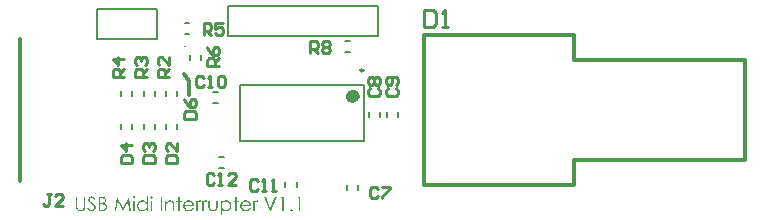
<source format=gto>
%FSTAX23Y23*%
%MOIN*%
%SFA1B1*%

%IPPOS*%
%ADD10C,0.003940*%
%ADD11C,0.023620*%
%ADD12C,0.009840*%
%ADD13C,0.011810*%
%ADD14C,0.007870*%
%ADD15C,0.010000*%
%LNmidi_stick-1*%
%LPD*%
G36*
X03267Y02647D02*
X03267Y02647D01*
X03268Y02647*
X03268Y02646*
X03269Y02646*
X03269Y02646*
X03269Y02646*
X03269Y02645*
X0327Y02645*
X0327Y02645*
X0327Y02645*
X0327Y02644*
X0327Y02644*
X0327Y02643*
Y02643*
Y02643*
X0327Y02642*
X0327Y02642*
X0327Y02642*
X0327Y02641*
X0327Y02641*
X03269Y0264*
X03269Y0264*
X03269Y0264*
X03269Y0264*
X03268Y0264*
X03268Y0264*
X03268Y0264*
X03267Y02639*
X03267Y02639*
X03266*
X03266Y02639*
X03266Y0264*
X03265Y0264*
X03265Y0264*
X03264Y0264*
X03264Y0264*
X03264Y02641*
X03264Y02641*
X03264Y02641*
X03263Y02641*
X03263Y02642*
X03263Y02642*
X03263Y02642*
X03263Y02643*
Y02643*
Y02643*
X03263Y02644*
X03263Y02644*
X03263Y02644*
X03263Y02645*
X03264Y02645*
X03264Y02646*
X03264Y02646*
X03264Y02646*
X03264Y02646*
X03265Y02646*
X03265Y02646*
X03266Y02647*
X03266Y02647*
X03267Y02647*
X03267*
X03267Y02647*
G37*
G36*
X03209D02*
X03209Y02647D01*
X03209Y02647*
X0321Y02646*
X0321Y02646*
X03211Y02646*
X03211Y02646*
X03211Y02645*
X03211Y02645*
X03211Y02645*
X03212Y02645*
X03212Y02644*
X03212Y02644*
X03212Y02643*
Y02643*
Y02643*
X03212Y02642*
X03212Y02642*
X03212Y02642*
X03211Y02641*
X03211Y02641*
X03211Y0264*
X03211Y0264*
X03211Y0264*
X0321Y0264*
X0321Y0264*
X0321Y0264*
X03209Y0264*
X03209Y02639*
X03208Y02639*
X03208*
X03208Y02639*
X03207Y0264*
X03207Y0264*
X03206Y0264*
X03206Y0264*
X03205Y0264*
X03205Y02641*
X03205Y02641*
X03205Y02641*
X03205Y02641*
X03205Y02642*
X03205Y02642*
X03204Y02642*
X03204Y02643*
Y02643*
Y02643*
X03204Y02644*
X03205Y02644*
X03205Y02644*
X03205Y02645*
X03205Y02645*
X03205Y02646*
X03206Y02646*
X03206Y02646*
X03206Y02646*
X03206Y02646*
X03207Y02646*
X03207Y02647*
X03208Y02647*
X03208Y02647*
X03208*
X03209Y02647*
G37*
G36*
X03068Y02646D02*
X03068Y02646D01*
X03069Y02646*
X0307Y02645*
X03071Y02645*
X03072Y02645*
X03073Y02644*
X03073*
X03073Y02644*
X03074Y02644*
X03074Y02644*
X03074Y02643*
X03075Y02643*
X03076Y02642*
X03076Y02642*
X03077Y02642*
X03077Y02641*
X03078Y0264*
X03078Y0264*
X03079Y02639*
X0308Y02638*
X03076Y02635*
X03076Y02635*
X03076Y02635*
X03075Y02636*
X03075Y02636*
X03075Y02636*
X03074Y02637*
X03073Y02638*
X03073Y02639*
X03072Y02639*
X03072Y0264*
X03071Y0264*
X03071Y0264*
X03071Y0264*
X0307Y0264*
X0307Y0264*
X03069Y02641*
X03069Y02641*
X03068Y02641*
X03067Y02641*
X03067*
X03066Y02641*
X03065Y02641*
X03065Y02641*
X03064Y0264*
X03063Y0264*
X03062Y02639*
X03062Y02639*
X03062Y02639*
X03062Y02639*
X03062Y02638*
X03061Y02637*
X03061Y02637*
X03061Y02636*
X03061Y02635*
Y02635*
Y02635*
X03061Y02634*
Y02634*
X03061Y02634*
X03061Y02633*
X03061Y02632*
X03061Y02632*
X03061Y02632*
X03061Y02632*
X03061Y02631*
X03062Y02631*
X03062Y02631*
X03062Y0263*
X03063Y02629*
X03064Y02629*
X03064Y02629*
X03064Y02629*
X03064Y02628*
X03064Y02628*
X03065Y02628*
X03065Y02628*
X03065Y02627*
X03066Y02627*
X03066Y02626*
X03067Y02626*
X03068Y02625*
X03069Y02625*
X0307Y02624*
X0307Y02624*
X0307Y02624*
X0307Y02624*
X03071Y02623*
X03071Y02623*
X03072Y02622*
X03072Y02622*
X03073Y02621*
X03074Y0262*
X03076Y02619*
X03076Y02618*
X03077Y02617*
X03078Y02617*
X03078Y02616*
X03078Y02616*
X03078Y02616*
X03078Y02616*
X03078Y02615*
X03079Y02615*
X03079Y02615*
X03079Y02614*
X0308Y02613*
X0308Y02611*
X0308Y0261*
X0308Y02609*
Y02609*
Y02609*
Y02608*
X0308Y02608*
X0308Y02608*
X0308Y02607*
X0308Y02606*
X0308Y02606*
X0308Y02605*
X03079Y02604*
X03079Y02604*
X03079Y02603*
X03078Y02602*
X03078Y02601*
X03077Y02601*
X03076Y026*
X03076Y026*
X03076Y026*
X03076Y026*
X03076Y02599*
X03075Y02599*
X03075Y02599*
X03074Y02598*
X03074Y02598*
X03073Y02598*
X03072Y02597*
X03072Y02597*
X03071Y02597*
X0307Y02596*
X03069Y02596*
X03068Y02596*
X03067Y02596*
X03066*
X03066Y02596*
X03066*
X03065Y02596*
X03065Y02596*
X03064Y02596*
X03063Y02597*
X03062Y02597*
X0306Y02598*
X03059Y02598*
X03059Y02598*
X03059Y02599*
X03059Y02599*
X03059Y02599*
X03058Y02599*
X03058Y02599*
X03057Y026*
X03057Y026*
X03056Y02601*
X03056Y02601*
X03055Y02602*
X03055Y02603*
X03054Y02603*
X03054Y02604*
X03053Y02605*
X03053Y02606*
X03057Y02609*
X03057Y02608*
X03057Y02608*
X03057Y02608*
X03057Y02607*
X03058Y02607*
X03058Y02606*
X03059Y02605*
X03059Y02605*
X0306Y02604*
X03061Y02603*
X03062Y02603*
X03063Y02602*
X03064Y02601*
X03064Y02601*
X03065Y02601*
X03066Y02601*
X03067*
X03067Y02601*
X03068Y02601*
X03069Y02601*
X03069Y02601*
X0307Y02601*
X03071Y02602*
X03071Y02602*
X03071Y02602*
X03072Y02602*
X03072Y02603*
X03073Y02603*
X03073Y02604*
X03074Y02604*
X03074Y02605*
X03074Y02605*
X03074Y02605*
X03075Y02605*
X03075Y02606*
X03075Y02607*
X03075Y02607*
X03075Y02608*
X03075Y02609*
Y02609*
Y02609*
Y02609*
X03075Y0261*
X03075Y0261*
X03075Y02611*
X03075Y02612*
X03074Y02613*
X03074Y02613*
Y02613*
X03074Y02614*
X03073Y02614*
X03073Y02614*
X03073Y02614*
X03073Y02615*
X03072Y02615*
X03072Y02616*
X03071Y02616*
X03071Y02617*
X0307Y02617*
X03069Y02618*
X03068Y02619*
X03068Y02619*
X03067Y0262*
X03066Y02621*
X03065Y02621*
X03065Y02621*
X03065Y02621*
X03065Y02622*
X03064Y02622*
X03064Y02623*
X03062Y02624*
X03061Y02625*
X0306Y02626*
X03059Y02626*
X03059Y02627*
X03058Y02627*
X03058Y02628*
Y02628*
X03058Y02628*
X03058Y02628*
X03058Y02628*
X03058Y02628*
X03057Y02629*
X03057Y0263*
X03056Y02631*
X03056Y02632*
X03056Y02633*
X03056Y02634*
X03056Y02635*
Y02635*
Y02635*
Y02635*
Y02635*
X03056Y02636*
X03056Y02637*
X03056Y02638*
X03056Y02638*
X03057Y02639*
X03057Y0264*
Y0264*
X03057Y02641*
X03057Y02641*
X03058Y02641*
X03058Y02642*
X03059Y02643*
X03059Y02643*
X0306Y02644*
X03061Y02644*
X03061*
X03061Y02645*
X03062Y02645*
X03062Y02645*
X03062Y02645*
X03063Y02645*
X03064Y02645*
X03065Y02646*
X03066Y02646*
X03067Y02646*
X03068*
X03068Y02646*
G37*
G36*
X0362Y02633D02*
X0362Y02633D01*
X03621Y02633*
X03622Y02633*
X03622Y02632*
X03623Y02632*
X03621Y02628*
X03621Y02628*
X03621Y02628*
X0362Y02628*
X0362Y02629*
X03619Y02629*
X03619Y02629*
X03618*
X03618Y02629*
X03617Y02629*
X03616Y02628*
X03616Y02628*
X03615Y02628*
X03614Y02627*
X03614Y02627*
X03614Y02627*
X03613Y02626*
X03613Y02626*
X03612Y02625*
X03612Y02624*
X03611Y02623*
X03611Y02621*
Y02621*
X03611Y02621*
Y02621*
X03611Y02621*
X03611Y0262*
X03611Y0262*
X03611Y02619*
X0361Y02619*
X0361Y02618*
X0361Y02617*
X0361Y02616*
X0361Y02615*
X0361Y02614*
Y02612*
X0361Y02611*
Y02609*
Y02597*
X03605*
Y02632*
X0361*
Y02627*
X0361Y02627*
X0361Y02628*
X0361Y02628*
X03611Y02628*
X03611Y02629*
X03612Y0263*
X03613Y0263*
X03614Y02631*
X03614Y02632*
X03614Y02632*
X03615Y02632*
X03615Y02632*
X03616Y02632*
X03617Y02633*
X03617Y02633*
X03618Y02633*
X03619Y02633*
X03619*
X0362Y02633*
G37*
G36*
X0345D02*
X0345Y02633D01*
X03451Y02633*
X03451Y02633*
X03452Y02632*
X03453Y02632*
X0345Y02628*
X0345Y02628*
X0345Y02628*
X0345Y02628*
X0345Y02629*
X03449Y02629*
X03448Y02629*
X03448*
X03447Y02629*
X03447Y02629*
X03446Y02628*
X03445Y02628*
X03444Y02628*
X03444Y02627*
X03444Y02627*
X03443Y02627*
X03443Y02626*
X03443Y02626*
X03442Y02625*
X03441Y02624*
X03441Y02623*
X0344Y02621*
Y02621*
X0344Y02621*
Y02621*
X0344Y02621*
X0344Y0262*
X0344Y0262*
X0344Y02619*
X0344Y02619*
X0344Y02618*
X0344Y02617*
X0344Y02616*
X0344Y02615*
X0344Y02614*
Y02612*
X0344Y02611*
Y02609*
Y02597*
X03435*
Y02632*
X0344*
Y02627*
X0344Y02627*
X0344Y02628*
X0344Y02628*
X0344Y02628*
X03441Y02629*
X03442Y0263*
X03442Y0263*
X03443Y02631*
X03444Y02632*
X03444Y02632*
X03444Y02632*
X03445Y02632*
X03445Y02632*
X03446Y02633*
X03447Y02633*
X03448Y02633*
X03449Y02633*
X03449*
X0345Y02633*
G37*
G36*
X0343D02*
X0343Y02633D01*
X03431Y02633*
X03431Y02633*
X03432Y02632*
X03433Y02632*
X03431Y02628*
X03431Y02628*
X0343Y02628*
X0343Y02628*
X0343Y02629*
X03429Y02629*
X03429Y02629*
X03428*
X03427Y02629*
X03427Y02629*
X03426Y02628*
X03425Y02628*
X03425Y02628*
X03424Y02627*
X03424Y02627*
X03423Y02627*
X03423Y02626*
X03423Y02626*
X03422Y02625*
X03422Y02624*
X03421Y02623*
X03421Y02621*
Y02621*
X03421Y02621*
Y02621*
X03421Y02621*
X0342Y0262*
X0342Y0262*
X0342Y02619*
X0342Y02619*
X0342Y02618*
X0342Y02617*
X0342Y02616*
X0342Y02615*
X0342Y02614*
Y02612*
X0342Y02611*
Y02609*
Y02597*
X03415*
Y02632*
X0342*
Y02627*
X0342Y02627*
X0342Y02628*
X0342Y02628*
X03421Y02628*
X03421Y02629*
X03422Y0263*
X03422Y0263*
X03423Y02631*
X03424Y02632*
X03424Y02632*
X03424Y02632*
X03425Y02632*
X03426Y02632*
X03426Y02633*
X03427Y02633*
X03428Y02633*
X03429Y02633*
X03429*
X0343Y02633*
G37*
G36*
X0333D02*
X0333D01*
X0333Y02633*
X03331Y02633*
X03332Y02633*
X03334Y02632*
X03335Y02632*
X03336Y02631*
X03336*
X03336Y02631*
X03336Y02631*
X03336Y02631*
X03337Y0263*
X03338Y0263*
X03338Y02629*
X03339Y02628*
X0334Y02627*
X0334Y02626*
Y02626*
X03341Y02626*
X03341Y02626*
X03341Y02625*
X03341Y02625*
X03341Y02624*
X03341Y02624*
X03341Y02623*
X03341Y02623*
X03341Y02622*
X03342Y02621*
X03342Y0262*
X03342Y02619*
X03342Y02618*
X03342Y02617*
Y02615*
Y02597*
X03337*
Y02614*
Y02614*
Y02614*
Y02615*
Y02615*
Y02616*
Y02616*
X03337Y02617*
X03337Y02619*
X03337Y0262*
X03337Y02621*
X03337Y02621*
X03337Y02622*
X03337Y02622*
Y02622*
X03337Y02622*
X03337Y02622*
X03337Y02623*
X03337Y02623*
X03336Y02624*
X03336Y02625*
X03335Y02626*
X03335Y02627*
X03334Y02627*
X03334Y02627*
X03334Y02628*
X03333Y02628*
X03332Y02628*
X03332Y02629*
X03331Y02629*
X03329Y02629*
X03328Y02629*
X03328*
X03327Y02629*
X03327*
X03327Y02629*
X03326Y02629*
X03325Y02628*
X03323Y02628*
X03323Y02628*
X03322Y02627*
X03321Y02627*
X03321Y02626*
X03321Y02626*
X03321Y02626*
X0332Y02626*
X0332Y02626*
X0332Y02626*
X0332Y02625*
X03319Y02625*
X03318Y02624*
X03318Y02622*
X03317Y02621*
X03316Y0262*
Y0262*
Y0262*
X03316Y02619*
X03316Y02619*
X03316Y02619*
Y02618*
X03316Y02618*
X03316Y02618*
X03316Y02617*
X03316Y02616*
X03316Y02615*
X03316Y02615*
X03316Y02614*
Y02613*
X03316Y02611*
Y0261*
Y02597*
X03311*
Y02632*
X03316*
Y02626*
X03316Y02626*
X03316Y02626*
X03316Y02626*
X03316Y02627*
X03317Y02627*
X03318Y02628*
X03319Y02629*
X0332Y0263*
X03321Y02631*
X03322Y02631*
X03322*
X03322Y02632*
X03322Y02632*
X03322Y02632*
X03323Y02632*
X03323Y02632*
X03324Y02632*
X03325Y02633*
X03326Y02633*
X03328Y02633*
X03329Y02633*
X03329*
X0333Y02633*
G37*
G36*
X03516D02*
X03516Y02633D01*
X03517Y02633*
X03518Y02633*
X03519Y02633*
X0352Y02633*
X03521Y02632*
X03522Y02632*
X03523Y02632*
X03524Y02631*
X03525Y0263*
X03526Y0263*
X03527Y02629*
X03528Y02628*
X03528Y02628*
X03528Y02628*
X03529Y02627*
X03529Y02627*
X03529Y02626*
X0353Y02626*
X0353Y02625*
X03531Y02624*
X03531Y02623*
X03532Y02622*
X03532Y02621*
X03533Y0262*
X03533Y02619*
X03533Y02618*
X03533Y02616*
X03533Y02615*
Y02615*
Y02615*
X03533Y02614*
Y02614*
X03533Y02613*
X03533Y02612*
X03533Y02611*
X03533Y0261*
X03532Y02609*
X03532Y02608*
X03532Y02607*
X03531Y02606*
X03531Y02605*
X0353Y02604*
X03529Y02603*
X03528Y02602*
X03528Y02602*
X03528Y02602*
X03528Y02601*
X03527Y02601*
X03527Y02601*
X03526Y026*
X03525Y026*
X03525Y02599*
X03524Y02599*
X03523Y02598*
X03522Y02598*
X03521Y02597*
X03519Y02597*
X03518Y02597*
X03517Y02597*
X03515Y02596*
X03515*
X03515Y02597*
X03514*
X03514Y02597*
X03513Y02597*
X03513Y02597*
X03512Y02597*
X0351Y02597*
X03509Y02598*
X03508Y02598*
X03508*
X03507Y02598*
X03507Y02598*
X03507Y02598*
X03507Y02599*
X03506Y02599*
X03506Y02599*
X03505Y026*
X03504Y02601*
X03502Y02602*
X03501Y02603*
Y02585*
X03497*
Y02632*
X03501*
Y02626*
X03501Y02626*
X03501Y02626*
X03502Y02626*
X03502Y02626*
X03502Y02627*
X03503Y02628*
X03504Y02629*
X03505Y0263*
X03506Y02631*
X03507Y02631*
X03508*
X03508Y02631*
X03508Y02632*
X03508Y02632*
X03508Y02632*
X03509Y02632*
X03509Y02632*
X0351Y02632*
X03511Y02633*
X03512Y02633*
X03514Y02633*
X03515Y02633*
X03516*
X03516Y02633*
G37*
G36*
X03255Y02597D02*
X0325D01*
Y02603*
X0325Y02603*
X0325Y02603*
X0325Y02603*
X0325Y02603*
X03249Y02602*
X03248Y02601*
X03247Y02601*
X03246Y026*
X03245Y02599*
X03244Y02598*
X03244*
X03244Y02598*
X03243Y02598*
X03243Y02598*
X03243Y02598*
X03243Y02598*
X03242Y02597*
X03242Y02597*
X0324Y02597*
X03239Y02597*
X03238Y02597*
X03236Y02596*
X03236*
X03235Y02597*
X03235Y02597*
X03234Y02597*
X03234Y02597*
X03233Y02597*
X03232Y02597*
X03231Y02597*
X0323Y02598*
X03229Y02598*
X03228Y02599*
X03227Y02599*
X03226Y026*
X03224Y02601*
X03223Y02602*
X03223Y02602*
X03223Y02602*
X03223Y02602*
X03223Y02603*
X03222Y02603*
X03222Y02604*
X03221Y02605*
X03221Y02605*
X0322Y02606*
X0322Y02607*
X03219Y02608*
X03219Y0261*
X03219Y02611*
X03218Y02612*
X03218Y02613*
X03218Y02615*
Y02615*
Y02615*
X03218Y02616*
X03218Y02616*
X03218Y02617*
X03218Y02618*
X03219Y02618*
X03219Y02619*
X03219Y0262*
X0322Y02621*
X0322Y02623*
X0322Y02624*
X03221Y02625*
X03222Y02626*
X03223Y02627*
X03224Y02628*
X03224Y02628*
X03224Y02628*
X03224Y02628*
X03224Y02629*
X03225Y02629*
X03226Y0263*
X03226Y0263*
X03227Y02631*
X03228Y02631*
X03229Y02632*
X0323Y02632*
X03231Y02632*
X03232Y02633*
X03234Y02633*
X03235Y02633*
X03236Y02633*
X03237*
X03237Y02633*
X03238Y02633*
X03238Y02633*
X03239Y02633*
X0324Y02633*
X03241Y02632*
X03243Y02632*
X03244Y02631*
X03244*
X03244Y02631*
X03244Y02631*
X03245Y02631*
X03245Y02631*
X03245Y02631*
X03246Y0263*
X03247Y02629*
X03248Y02628*
X03249Y02627*
X0325Y02626*
Y02646*
X03255*
Y02597*
G37*
G36*
X03664D02*
X03663D01*
X03642Y02645*
X03648*
X03663Y02608*
X03679Y02645*
X03685*
X03664Y02597*
G37*
G36*
X03198D02*
X03193D01*
X03189Y02631*
X03172Y02597*
X03171*
X03154Y02632*
X03149Y02597*
X03144*
X03151Y02645*
X03152*
X03171Y02606*
X0319Y02645*
X03191*
X03198Y02597*
G37*
G36*
X03487Y02615D02*
Y02615D01*
Y02615*
Y02614*
Y02614*
X03487Y02613*
X03487Y02613*
X03487Y02612*
X03487Y02611*
X03486Y02609*
X03486Y02608*
X03486Y02606*
X03485Y02605*
X03485Y02604*
Y02604*
X03485Y02604*
X03485Y02604*
X03485Y02604*
X03485Y02603*
X03484Y02603*
X03484Y02602*
X03483Y02601*
X03482Y026*
X03481Y02599*
X0348Y02599*
X0348*
X0348Y02598*
X0348Y02598*
X03479Y02598*
X03479Y02598*
X03479Y02598*
X03478Y02598*
X03478Y02598*
X03477Y02597*
X03476Y02597*
X03476Y02597*
X03475Y02597*
X03473Y02597*
X03471Y02596*
X03471*
X03471Y02597*
X0347*
X0347Y02597*
X03469Y02597*
X03468Y02597*
X03467Y02597*
X03466Y02597*
X03464Y02598*
X03463Y02599*
X03463*
X03463Y02599*
X03462Y02599*
X03462Y02599*
X03462Y02599*
X03461Y026*
X0346Y02601*
X03459Y02602*
X03458Y02603*
X03458Y02604*
Y02604*
X03458Y02604*
X03458Y02605*
X03457Y02605*
X03457Y02605*
X03457Y02606*
X03457Y02606*
X03457Y02607*
X03457Y02608*
X03457Y02609*
X03456Y0261*
X03456Y02611*
X03456Y02612*
X03456Y02613*
X03456Y02614*
Y02616*
Y02632*
X03461*
Y02616*
Y02616*
Y02616*
Y02615*
Y02615*
Y02615*
X03461Y02614*
Y02613*
Y02613*
X03461Y02611*
X03461Y0261*
X03461Y02609*
X03461Y02609*
X03461Y02608*
X03461Y02608*
Y02608*
X03461Y02608*
X03461Y02607*
X03461Y02607*
X03462Y02607*
X03462Y02606*
X03463Y02605*
X03463Y02604*
X03464Y02603*
X03465Y02603*
X03465*
X03465Y02603*
X03465Y02603*
X03465Y02602*
X03466Y02602*
X03467Y02602*
X03468Y02601*
X03469Y02601*
X0347Y02601*
X03471Y02601*
X03472*
X03472Y02601*
X03472*
X03473Y02601*
X03474Y02601*
X03475Y02601*
X03476Y02602*
X03477Y02602*
X03478Y02603*
X03478*
X03478Y02603*
X03478Y02603*
X03479Y02603*
X03479Y02604*
X0348Y02605*
X0348Y02605*
X03481Y02606*
X03481Y02607*
X03481Y02607*
Y02608*
X03482Y02608*
X03482Y02608*
X03482Y02608*
X03482Y02609*
X03482Y02609*
X03482Y0261*
X03482Y0261*
X03482Y02611*
X03482Y02612*
X03482Y02613*
Y02614*
X03482Y02615*
Y02616*
Y02632*
X03487*
Y02615*
G37*
G36*
X03046Y02616D02*
Y02616D01*
Y02616*
Y02615*
Y02615*
X03046Y02614*
Y02614*
X03046Y02613*
X03046Y02612*
X03046Y02611*
X03045Y02609*
X03045Y02607*
X03045Y02607*
X03045Y02606*
Y02606*
X03045Y02606*
X03044Y02605*
X03044Y02605*
X03044Y02605*
X03044Y02604*
X03044Y02604*
X03043Y02602*
X03042Y02601*
X03041Y026*
X0304Y026*
X0304Y02599*
X0304Y02599*
X0304Y02599*
X03039Y02599*
X03039Y02599*
X03039Y02598*
X03038Y02598*
X03038Y02598*
X03037Y02598*
X03037Y02597*
X03036Y02597*
X03035Y02597*
X03034Y02597*
X03033Y02596*
X03032Y02596*
X03031Y02596*
X0303*
X0303Y02596*
X03029Y02596*
X03029Y02596*
X03028Y02596*
X03027Y02596*
X03026Y02597*
X03024Y02597*
X03023Y02598*
X03022Y02598*
X03022Y02598*
X03021Y02599*
X03021Y02599*
X03021Y02599*
X0302Y02599*
X0302Y02599*
X0302Y026*
X03019Y026*
X03019Y026*
X03019Y02601*
X03018Y02602*
X03017Y02603*
X03016Y02604*
X03016Y02605*
X03015Y02606*
Y02606*
X03015Y02606*
Y02606*
X03015Y02607*
X03015Y02607*
X03015Y02607*
X03015Y02608*
X03015Y02608*
X03015Y02609*
X03015Y0261*
X03015Y02611*
X03015Y02611*
X03015Y02612*
Y02614*
X03015Y02615*
Y02616*
Y02645*
X03019*
Y02616*
Y02616*
Y02616*
Y02616*
Y02615*
Y02615*
Y02614*
Y02613*
X03019Y02612*
Y02611*
X03019Y02611*
Y0261*
X03019Y0261*
Y0261*
Y0261*
Y0261*
X03019Y02609*
X0302Y02609*
X0302Y02608*
X0302Y02607*
X0302Y02607*
X03021Y02606*
X03021Y02605*
X03021Y02605*
X03021Y02605*
X03022Y02604*
X03022Y02604*
X03023Y02603*
X03023Y02603*
X03024Y02602*
X03025Y02602*
X03025*
X03025Y02602*
X03025Y02602*
X03025Y02602*
X03026Y02602*
X03027Y02601*
X03028Y02601*
X03028Y02601*
X03029Y02601*
X0303Y02601*
X03031*
X03031Y02601*
X03032Y02601*
X03033Y02601*
X03033Y02601*
X03034Y02601*
X03035Y02602*
X03035Y02602*
X03035Y02602*
X03036Y02602*
X03036Y02602*
X03037Y02603*
X03037Y02603*
X03038Y02604*
X03038Y02604*
X03039Y02604*
X03039Y02605*
X03039Y02605*
X03039Y02606*
X0304Y02606*
X0304Y02607*
X0304Y02608*
X03041Y02609*
Y02609*
X03041Y02609*
X03041Y02609*
X03041Y0261*
X03041Y0261*
X03041Y0261*
Y02611*
X03041Y02611*
X03041Y02612*
X03041Y02613*
Y02613*
X03041Y02614*
Y02615*
Y02616*
Y02645*
X03046*
Y02616*
G37*
G36*
X03763Y02597D02*
X03758D01*
Y0264*
X03751*
X03754Y02645*
X03763*
Y02597*
G37*
G36*
X03708D02*
X03703D01*
Y0264*
X03696*
X03699Y02645*
X03708*
Y02597*
G37*
G36*
X0355Y02632D02*
X03557D01*
Y02629*
X0355*
Y02597*
X03546*
Y02629*
X0354*
Y02632*
X03546*
Y02645*
X0355*
Y02632*
G37*
G36*
X0336D02*
X03367D01*
Y02629*
X0336*
Y02597*
X03356*
Y02629*
X03349*
Y02632*
X03356*
Y02645*
X0336*
Y02632*
G37*
G36*
X03301Y02597D02*
X03297D01*
Y02645*
X03301*
Y02597*
G37*
G36*
X03269D02*
X03264D01*
Y02632*
X03269*
Y02597*
G37*
G36*
X0321D02*
X03206D01*
Y02632*
X0321*
Y02597*
G37*
G36*
X03101Y02645D02*
X03102D01*
X03102Y02645*
X03103Y02645*
X03104Y02644*
X03106Y02644*
X03107Y02644*
X03108Y02644*
X03109Y02643*
X03109*
X03109Y02643*
X03109Y02643*
X03109Y02643*
X0311Y02643*
X0311Y02642*
X03111Y02642*
X03112Y02641*
X03113Y0264*
X03113Y02639*
Y02639*
X03113Y02639*
X03113Y02639*
X03114Y02639*
X03114Y02638*
X03114Y02637*
X03115Y02637*
X03115Y02636*
X03115Y02634*
X03115Y02633*
Y02633*
Y02633*
Y02633*
Y02633*
X03115Y02632*
X03115Y02631*
X03115Y0263*
X03114Y02629*
X03114Y02628*
X03114Y02627*
Y02627*
X03113Y02627*
X03113Y02627*
X03113Y02626*
X03112Y02626*
X03112Y02625*
X03111Y02624*
X0311Y02624*
X03109Y02623*
X03109*
X03109Y02623*
X03109Y02623*
X0311Y02623*
X0311Y02623*
X0311Y02623*
X03111Y02622*
X03112Y02622*
X03113Y02621*
X03114Y02621*
X03115Y0262*
X03115Y0262*
X03115Y0262*
X03115Y0262*
X03116Y02619*
X03116Y02618*
X03117Y02618*
X03117Y02617*
X03118Y02616*
X03118Y02616*
X03118Y02616*
X03118Y02615*
X03118Y02615*
X03119Y02614*
X03119Y02613*
X03119Y02612*
X03119Y02611*
Y02611*
Y02611*
Y0261*
X03119Y0261*
X03119Y02609*
X03119Y02609*
X03119Y02608*
X03118Y02608*
X03118Y02607*
X03118Y02606*
X03118Y02605*
X03117Y02604*
X03117Y02604*
X03116Y02603*
X03116Y02602*
X03115Y02601*
X03115Y02601*
X03115Y02601*
X03114Y02601*
X03114Y02601*
X03114Y026*
X03113Y026*
X03112Y026*
X03112Y02599*
X03111Y02599*
X0311Y02599*
X03109Y02598*
X03108Y02598*
X03107Y02598*
X03106Y02598*
X03105Y02597*
X03104Y02597*
X03091*
Y02645*
X03101*
X03101Y02645*
G37*
G36*
X03734Y02604D02*
X03734Y02604D01*
X03735Y02604*
X03735Y02604*
X03735Y02604*
X03736Y02603*
X03736Y02603*
X03736Y02603*
X03736Y02603*
X03737Y02602*
X03737Y02602*
X03737Y02602*
X03737Y02601*
X03737Y026*
Y026*
Y026*
X03737Y026*
X03737Y02599*
X03737Y02599*
X03737Y02599*
X03736Y02598*
X03736Y02598*
X03736Y02598*
X03736Y02597*
X03735Y02597*
X03735Y02597*
X03735Y02597*
X03734Y02597*
X03734Y02597*
X03733Y02596*
X03733*
X03733Y02597*
X03732Y02597*
X03732Y02597*
X03731Y02597*
X03731Y02597*
X0373Y02598*
X0373Y02598*
X0373Y02598*
X0373Y02598*
X0373Y02598*
X0373Y02599*
X03729Y02599*
X03729Y026*
X03729Y026*
Y02601*
Y02601*
X03729Y02601*
X03729Y02601*
X03729Y02602*
X0373Y02602*
X0373Y02603*
X0373Y02603*
X0373Y02603*
X03731Y02603*
X03731Y02604*
X03731Y02604*
X03732Y02604*
X03732Y02604*
X03733Y02604*
X03733Y02604*
X03733*
X03734Y02604*
G37*
G36*
X03581Y02633D02*
X03582Y02633D01*
X03583Y02633*
X03584Y02633*
X03585Y02633*
X03586Y02632*
X03587Y02632*
X03588Y02632*
X03589Y02631*
X0359Y0263*
X03592Y0263*
X03593Y02629*
X03594Y02628*
X03595Y02626*
X03595Y02626*
X03595Y02626*
X03595Y02626*
X03595Y02626*
X03596Y02625*
X03596Y02625*
X03596Y02624*
X03597Y02623*
X03597Y02622*
X03597Y02621*
X03598Y0262*
X03598Y02619*
X03598Y02618*
X03599Y02617*
X03599Y02616*
X03599Y02615*
X03567*
Y02614*
Y02614*
X03567Y02614*
Y02613*
X03567Y02613*
X03567Y02612*
X03568Y02612*
X03568Y02611*
X03568Y02609*
X03568Y02609*
X03569Y02608*
X03569Y02607*
X0357Y02606*
X0357Y02605*
X03571Y02604*
X03571Y02604*
X03571Y02604*
X03571Y02604*
X03572Y02604*
X03572Y02604*
X03573Y02603*
X03573Y02603*
X03574Y02603*
X03574Y02602*
X03575Y02602*
X03576Y02601*
X03577Y02601*
X03577Y02601*
X03578Y02601*
X03579Y02601*
X0358Y02601*
X03581*
X03581Y02601*
X03582Y02601*
X03583Y02601*
X03584Y02601*
X03585Y02601*
X03586Y02602*
X03586*
X03586Y02602*
X03586Y02602*
X03587Y02602*
X03587Y02602*
X03588Y02603*
X03589Y02603*
X03589Y02603*
X0359Y02604*
X0359Y02604*
X0359Y02604*
X03591Y02605*
X03591Y02605*
X03592Y02606*
X03592Y02607*
X03593Y02608*
X03594Y02609*
X03598Y02607*
Y02607*
X03598Y02607*
X03597Y02607*
X03597Y02606*
X03597Y02606*
X03597Y02606*
X03596Y02605*
X03596Y02604*
X03595Y02603*
X03594Y02602*
X03593Y02601*
X03593Y02601*
X03593Y02601*
X03592Y026*
X03592Y026*
X03591Y02599*
X0359Y02599*
X03589Y02598*
X03588Y02598*
X03588*
X03588Y02598*
X03587Y02598*
X03587Y02597*
X03587Y02597*
X03587Y02597*
X03586Y02597*
X03585Y02597*
X03584Y02597*
X03582Y02597*
X03581Y02596*
X0358*
X0358Y02597*
X03579Y02597*
X03579Y02597*
X03578Y02597*
X03577Y02597*
X03576Y02597*
X03575Y02597*
X03574Y02598*
X03573Y02598*
X03571Y02599*
X0357Y02599*
X03569Y026*
X03568Y02601*
X03567Y02602*
X03567Y02602*
X03567Y02602*
X03567Y02603*
X03567Y02603*
X03566Y02604*
X03566Y02604*
X03565Y02605*
X03565Y02606*
X03564Y02607*
X03564Y02608*
X03564Y02609*
X03563Y0261*
X03563Y02611*
X03563Y02612*
X03563Y02613*
X03563Y02615*
Y02615*
Y02615*
X03563Y02615*
Y02616*
X03563Y02616*
X03563Y02617*
X03563Y02618*
X03563Y02619*
X03563Y0262*
X03564Y02621*
X03564Y02622*
X03564Y02623*
X03565Y02624*
X03565Y02625*
X03566Y02626*
X03567Y02627*
X03567Y02627*
X03567Y02627*
X03567Y02627*
X03568Y02628*
X03568Y02628*
X03569Y02629*
X03569Y02629*
X0357Y0263*
X03571Y02631*
X03572Y02631*
X03573Y02632*
X03575Y02632*
X03576Y02633*
X03577Y02633*
X03579Y02633*
X03581Y02633*
X03581*
X03581Y02633*
G37*
G36*
X03391D02*
X03392Y02633D01*
X03393Y02633*
X03393Y02633*
X03394Y02633*
X03395Y02632*
X03397Y02632*
X03398Y02632*
X03399Y02631*
X034Y0263*
X03401Y0263*
X03402Y02629*
X03404Y02628*
X03405Y02626*
X03405Y02626*
X03405Y02626*
X03405Y02626*
X03405Y02626*
X03405Y02625*
X03406Y02625*
X03406Y02624*
X03407Y02623*
X03407Y02622*
X03407Y02621*
X03408Y0262*
X03408Y02619*
X03408Y02618*
X03408Y02617*
X03408Y02616*
X03409Y02615*
X03377*
Y02614*
Y02614*
X03377Y02614*
Y02613*
X03377Y02613*
X03377Y02612*
X03377Y02612*
X03377Y02611*
X03378Y02609*
X03378Y02609*
X03379Y02608*
X03379Y02607*
X0338Y02606*
X0338Y02605*
X03381Y02604*
X03381Y02604*
X03381Y02604*
X03381Y02604*
X03382Y02604*
X03382Y02604*
X03382Y02603*
X03383Y02603*
X03383Y02603*
X03384Y02602*
X03385Y02602*
X03386Y02601*
X03386Y02601*
X03387Y02601*
X03388Y02601*
X03389Y02601*
X0339Y02601*
X03391*
X03391Y02601*
X03392Y02601*
X03393Y02601*
X03394Y02601*
X03394Y02601*
X03395Y02602*
X03395*
X03396Y02602*
X03396Y02602*
X03396Y02602*
X03397Y02602*
X03398Y02603*
X03398Y02603*
X03399Y02603*
X034Y02604*
X034Y02604*
X034Y02604*
X034Y02605*
X03401Y02605*
X03401Y02606*
X03402Y02607*
X03403Y02608*
X03404Y02609*
X03407Y02607*
Y02607*
X03407Y02607*
X03407Y02607*
X03407Y02606*
X03407Y02606*
X03407Y02606*
X03406Y02605*
X03405Y02604*
X03405Y02603*
X03404Y02602*
X03403Y02601*
X03403Y02601*
X03403Y02601*
X03402Y026*
X03401Y026*
X03401Y02599*
X034Y02599*
X03399Y02598*
X03398Y02598*
X03397*
X03397Y02598*
X03397Y02598*
X03397Y02597*
X03397Y02597*
X03396Y02597*
X03396Y02597*
X03394Y02597*
X03393Y02597*
X03392Y02597*
X03391Y02596*
X0339*
X0339Y02597*
X03389Y02597*
X03388Y02597*
X03388Y02597*
X03387Y02597*
X03386Y02597*
X03385Y02597*
X03383Y02598*
X03382Y02598*
X03381Y02599*
X0338Y02599*
X03379Y026*
X03378Y02601*
X03377Y02602*
X03377Y02602*
X03377Y02602*
X03377Y02603*
X03376Y02603*
X03376Y02604*
X03376Y02604*
X03375Y02605*
X03375Y02606*
X03374Y02607*
X03374Y02608*
X03373Y02609*
X03373Y0261*
X03373Y02611*
X03373Y02612*
X03372Y02613*
X03372Y02615*
Y02615*
Y02615*
X03372Y02615*
Y02616*
X03372Y02616*
X03373Y02617*
X03373Y02618*
X03373Y02619*
X03373Y0262*
X03373Y02621*
X03374Y02622*
X03374Y02623*
X03374Y02624*
X03375Y02625*
X03376Y02626*
X03376Y02627*
X03376Y02627*
X03377Y02627*
X03377Y02627*
X03377Y02628*
X03378Y02628*
X03379Y02629*
X03379Y02629*
X0338Y0263*
X03381Y02631*
X03382Y02631*
X03383Y02632*
X03384Y02632*
X03386Y02633*
X03387Y02633*
X03389Y02633*
X0339Y02633*
X03391*
X03391Y02633*
G37*
%LNmidi_stick-2*%
%LPC*%
G36*
X03515Y02629D02*
X03514D01*
X03514Y02629*
X03513Y02629*
X03513Y02629*
X03512Y02629*
X03511Y02628*
X03511Y02628*
X0351Y02628*
X03509Y02628*
X03508Y02627*
X03507Y02627*
X03507Y02626*
X03506Y02626*
X03505Y02625*
X03505Y02625*
X03505Y02625*
X03505Y02624*
X03504Y02624*
X03504Y02624*
X03504Y02623*
X03503Y02623*
X03503Y02622*
X03503Y02621*
X03502Y02621*
X03502Y0262*
X03502Y02619*
X03501Y02618*
X03501Y02617*
X03501Y02616*
X03501Y02615*
Y02615*
Y02614*
Y02614*
X03501Y02614*
Y02614*
X03501Y02613*
X03501Y02612*
X03502Y02611*
X03502Y0261*
X03502Y02609*
X03503Y02607*
Y02607*
X03503Y02607*
X03503Y02607*
X03503Y02607*
X03504Y02606*
X03504Y02606*
X03505Y02605*
X03506Y02604*
X03507Y02603*
X03508Y02602*
X03508*
X03508Y02602*
X03508Y02602*
X03509Y02602*
X03509Y02602*
X03509Y02602*
X0351Y02602*
X03511Y02601*
X03512Y02601*
X03514Y02601*
X03515Y02601*
X03515*
X03516Y02601*
X03516*
X03516Y02601*
X03517Y02601*
X03518Y02601*
X03519Y02601*
X03521Y02602*
X03522Y02602*
X03522*
X03522Y02603*
X03522Y02603*
X03522Y02603*
X03523Y02603*
X03524Y02604*
X03524Y02605*
X03525Y02605*
X03526Y02607*
X03527Y02608*
Y02608*
X03527Y02608*
X03527Y02608*
X03527Y02608*
X03527Y02609*
X03528Y02609*
X03528Y0261*
X03528Y02611*
X03529Y02612*
X03529Y02613*
X03529Y02615*
Y02615*
Y02615*
Y02615*
X03529Y02615*
Y02616*
X03529Y02616*
X03529Y02617*
X03528Y02618*
X03528Y02619*
X03528Y02621*
X03527Y02622*
Y02622*
X03527Y02622*
X03527Y02622*
X03527Y02622*
X03526Y02623*
X03526Y02624*
X03525Y02625*
X03524Y02625*
X03523Y02626*
X03522Y02627*
X03522*
X03522Y02627*
X03522Y02627*
X03521Y02627*
X03521Y02627*
X03521Y02628*
X0352Y02628*
X03519Y02628*
X03518Y02629*
X03516Y02629*
X03515Y02629*
G37*
G36*
X03237D02*
X03236D01*
X03236Y02629*
X03235Y02629*
X03234Y02629*
X03233Y02628*
X03232Y02628*
X03231Y02628*
X0323Y02627*
X0323*
X03229Y02627*
X03229Y02627*
X03229Y02627*
X03229Y02626*
X03228Y02626*
X03227Y02625*
X03226Y02624*
X03225Y02623*
X03225Y02622*
Y02622*
X03225Y02622*
X03224Y02622*
X03224Y02621*
X03224Y02621*
X03224Y02621*
X03224Y0262*
X03223Y02619*
X03223Y02617*
X03223Y02616*
X03223Y02615*
Y02615*
Y02615*
Y02614*
X03223Y02614*
Y02614*
X03223Y02613*
X03223Y02613*
X03223Y02611*
X03224Y0261*
X03224Y02609*
X03225Y02608*
Y02608*
X03225Y02608*
X03225Y02607*
X03225Y02607*
X03225Y02607*
X03226Y02606*
X03227Y02605*
X03228Y02604*
X03229Y02603*
X0323Y02602*
X0323*
X0323Y02602*
X0323Y02602*
X0323Y02602*
X03231Y02602*
X03231Y02602*
X03232Y02602*
X03233Y02601*
X03234Y02601*
X03235Y02601*
X03237Y02601*
X03237*
X03237Y02601*
X03238*
X03238Y02601*
X03239Y02601*
X0324Y02601*
X03241Y02601*
X03242Y02602*
X03244Y02602*
X03244*
X03244Y02603*
X03244Y02603*
X03244Y02603*
X03245Y02603*
X03245Y02604*
X03246Y02604*
X03247Y02605*
X03248Y02606*
X03249Y02607*
Y02608*
X03249Y02608*
X03249Y02608*
X03249Y02608*
X03249Y02608*
X03249Y02609*
X0325Y0261*
X0325Y02611*
X0325Y02612*
X0325Y02613*
X0325Y02615*
Y02615*
Y02615*
Y02615*
X0325Y02616*
X0325Y02616*
X0325Y02617*
X0325Y02617*
X0325Y02618*
X0325Y02619*
X0325Y0262*
X03249Y02621*
X03249Y02621*
X03248Y02622*
X03248Y02623*
X03247Y02624*
X03246Y02625*
X03246Y02625*
X03246Y02625*
X03246Y02625*
X03246Y02625*
X03245Y02626*
X03245Y02626*
X03244Y02626*
X03244Y02627*
X03243Y02627*
X03242Y02628*
X03241Y02628*
X03241Y02628*
X0324Y02629*
X03239Y02629*
X03238Y02629*
X03237Y02629*
G37*
G36*
X03102Y0264D02*
X03095D01*
Y02625*
X03099*
X03099Y02625*
X031*
X03101Y02625*
X03102Y02625*
X03103Y02625*
X03104Y02626*
X03105Y02626*
X03105Y02626*
X03105*
X03105Y02626*
X03106Y02626*
X03106Y02626*
X03107Y02626*
X03107Y02627*
X03108Y02627*
X03108Y02628*
X03109Y02629*
X03109Y02629*
X03109Y02629*
X03109Y02629*
X0311Y0263*
X0311Y02631*
X0311Y02631*
X0311Y02632*
X0311Y02633*
Y02633*
Y02633*
Y02633*
X0311Y02634*
X0311Y02634*
X0311Y02635*
X0311Y02636*
X03109Y02637*
X03109Y02637*
X03108Y02638*
X03108Y02638*
X03108Y02638*
X03107Y02639*
X03107Y02639*
X03107Y02639*
X03107Y02639*
X03106Y02639*
X03106Y02639*
X03105Y02639*
X03105Y0264*
X03104Y0264*
X03103Y0264*
X03102Y0264*
X03102Y0264*
G37*
G36*
X031Y0262D02*
X03095D01*
Y02602*
X03102*
X03102Y02602*
X03103*
X03104Y02602*
X03105Y02602*
X03106Y02602*
X03108Y02603*
X03108Y02603*
X03109Y02603*
X03109*
X03109Y02603*
X03109Y02603*
X0311Y02603*
X0311Y02604*
X03111Y02604*
X03111Y02605*
X03112Y02605*
X03113Y02606*
X03113Y02606*
X03113Y02607*
X03113Y02607*
X03113Y02608*
X03114Y02608*
X03114Y02609*
X03114Y0261*
X03114Y02611*
Y02611*
Y02611*
Y02611*
X03114Y02611*
X03114Y02612*
X03114Y02613*
X03114Y02614*
X03113Y02614*
X03113Y02615*
X03112Y02616*
Y02616*
X03112Y02616*
X03112Y02617*
X03111Y02617*
X0311Y02618*
X0311Y02618*
X03109Y02619*
X03108Y02619*
X03106Y0262*
X03106Y0262*
X03106*
X03106Y0262*
X03106Y0262*
X03105Y0262*
X03105Y0262*
X03104Y0262*
X03104Y0262*
X03103Y0262*
X03102*
X03102Y0262*
X03101Y0262*
X031Y0262*
G37*
G36*
X03581Y02629D02*
X0358D01*
X0358Y02629*
X03579Y02629*
X03579Y02629*
X03578Y02629*
X03578Y02629*
X03576Y02628*
X03575Y02628*
X03575Y02628*
X03574Y02627*
X03573Y02627*
X03572Y02626*
X03572Y02626*
X03572*
X03572Y02626*
X03571Y02625*
X03571Y02625*
X03571Y02625*
X03571Y02625*
X0357Y02624*
X0357Y02624*
X0357Y02623*
X0357Y02623*
X03569Y02622*
X03569Y02622*
X03568Y02621*
X03568Y0262*
X03568Y02619*
X03568Y02618*
X03594*
Y02618*
X03594Y02619*
X03594Y02619*
X03594Y02619*
X03593Y0262*
X03593Y0262*
X03593Y02621*
X03592Y02622*
X03592Y02623*
X03591Y02624*
X03591Y02624*
X03591Y02624*
X0359Y02625*
X0359Y02625*
X03589Y02626*
X03589Y02626*
X03588Y02627*
X03587Y02628*
X03586*
X03586Y02628*
X03586Y02628*
X03586Y02628*
X03586Y02628*
X03585Y02628*
X03584Y02629*
X03583Y02629*
X03582Y02629*
X03581Y02629*
G37*
G36*
X0339D02*
X0339D01*
X03389Y02629*
X03389Y02629*
X03389Y02629*
X03388Y02629*
X03387Y02629*
X03386Y02628*
X03385Y02628*
X03384Y02628*
X03384Y02627*
X03383Y02627*
X03382Y02626*
X03381Y02626*
X03381*
X03381Y02626*
X03381Y02625*
X03381Y02625*
X03381Y02625*
X03381Y02625*
X0338Y02624*
X0338Y02624*
X0338Y02623*
X03379Y02623*
X03379Y02622*
X03379Y02622*
X03378Y02621*
X03378Y0262*
X03378Y02619*
X03377Y02618*
X03404*
Y02618*
X03404Y02619*
X03403Y02619*
X03403Y02619*
X03403Y0262*
X03403Y0262*
X03403Y02621*
X03402Y02622*
X03402Y02623*
X03401Y02624*
X03401Y02624*
X03401Y02624*
X034Y02625*
X034Y02625*
X03399Y02626*
X03398Y02626*
X03397Y02627*
X03396Y02628*
X03396*
X03396Y02628*
X03396Y02628*
X03396Y02628*
X03395Y02628*
X03395Y02628*
X03394Y02629*
X03393Y02629*
X03392Y02629*
X0339Y02629*
G37*
%LNmidi_stick-3*%
%LPD*%
G54D10*
X03378Y03147D02*
D01*
D01*
G75*
G03X03374I-00001J0D01*
G74*G01*
D01*
G75*
G03X03378I00001J0D01*
G74*G01*
G54D11*
X03949Y0298D02*
D01*
D01*
G75*
G03X03925I-00011J0D01*
G74*G01*
D01*
G75*
G03X03949I00011J0D01*
G74*G01*
G54D12*
X03972Y03067D02*
D01*
D01*
G75*
G03X03962I-00004J0D01*
G74*G01*
D01*
G75*
G03X03972I00004J0D01*
G74*G01*
G54D13*
X04175Y02685D02*
X04675D01*
X04175Y03185D02*
X04675D01*
X04175Y02685D02*
Y03185D01*
X04675Y02685D02*
Y02769D01*
Y031D02*
Y03185D01*
Y031D02*
X05245D01*
X04675Y02769D02*
X05245D01*
Y031*
X02828Y02698D02*
Y03171D01*
X03375Y03055D02*
X0339Y0303D01*
Y02985D02*
Y0303D01*
G54D14*
X03492Y02741D02*
X03508D01*
X03492Y02778D02*
X03508D01*
X03955Y02667D02*
Y02683D01*
X03917Y02667D02*
Y02683D01*
X0375Y02677D02*
Y02693D01*
X03712Y02677D02*
Y02693D01*
X04051Y02912D02*
Y02928D01*
X04088Y02912D02*
Y02928D01*
X03991Y02912D02*
Y02928D01*
X04028Y02912D02*
Y02928D01*
X03912Y03126D02*
X03928D01*
X03912Y03163D02*
X03928D01*
X0402Y0318D02*
Y0328D01*
X0352Y0318D02*
X0402D01*
X0352Y0328D02*
X0402D01*
X0352Y0318D02*
Y0328D01*
X03377Y03186D02*
X03393D01*
X03377Y03223D02*
X03393D01*
X03396Y03102D02*
Y03118D01*
X03433Y03102D02*
Y03118D01*
X03471Y02956D02*
X03487D01*
X03471Y02993D02*
X03487D01*
X03353Y02982D02*
Y02998D01*
X03316Y02982D02*
Y02998D01*
X03278Y02982D02*
Y02998D01*
X03241Y02982D02*
Y02998D01*
X03203Y02982D02*
Y02998D01*
X03166Y02982D02*
Y02998D01*
Y02872D02*
Y02888D01*
X03203Y02872D02*
Y02888D01*
X03241Y02872D02*
Y02888D01*
X03278Y02872D02*
Y02888D01*
X03316Y02872D02*
Y02888D01*
X03353Y02872D02*
Y02888D01*
X03285Y0317D02*
Y0327D01*
X03085Y0317D02*
X03285D01*
X03085D02*
Y0327D01*
X03285*
X03563Y0283D02*
Y03019D01*
X03976Y0283D02*
Y03019D01*
X03563Y0283D02*
X03976D01*
X03563Y03019D02*
X03976D01*
G54D15*
X04175Y03269D02*
Y0321D01*
X04204*
X04214Y0322*
Y03259*
X04204Y03269*
X04175*
X04234Y0321D02*
X04254D01*
X04244*
Y03269*
X04234Y03259*
X03441Y03042D02*
X03434Y03049D01*
X03421*
X03415Y03042*
Y03016*
X03421Y0301*
X03434*
X03441Y03016*
X03454Y0301D02*
X03467D01*
X0346*
Y03049*
X03454Y03042*
X03487D02*
X03493Y03049D01*
X03506*
X03513Y03042*
Y03016*
X03506Y0301*
X03493*
X03487Y03016*
Y03042*
X03795Y03125D02*
Y03164D01*
X03814*
X03821Y03157*
Y03144*
X03814Y03138*
X03795*
X03808D02*
X03821Y03125D01*
X03834Y03157D02*
X0384Y03164D01*
X03854*
X0386Y03157*
Y03151*
X03854Y03144*
X0386Y03138*
Y03131*
X03854Y03125*
X0384*
X03834Y03131*
Y03138*
X0384Y03144*
X03834Y03151*
Y03157*
X0384Y03144D02*
X03854D01*
X03492Y0308D02*
X03452D01*
Y03099*
X03459Y03106*
X03472*
X03478Y03099*
Y0308*
Y03093D02*
X03492Y03106D01*
X03452Y03145D02*
X03459Y03132D01*
X03472Y03119*
X03485*
X03492Y03125*
Y03139*
X03485Y03145*
X03478*
X03472Y03139*
Y03119*
X0344Y03185D02*
Y03224D01*
X03459*
X03466Y03217*
Y03204*
X03459Y03198*
X0344*
X03453D02*
X03466Y03185D01*
X03505Y03224D02*
X03479D01*
Y03204*
X03492Y03211*
X03499*
X03505Y03204*
Y03191*
X03499Y03185*
X03485*
X03479Y03191*
X03176Y03045D02*
X03137D01*
Y03064*
X03143Y03071*
X03156*
X03163Y03064*
Y03045*
Y03058D02*
X03176Y03071D01*
Y03104D02*
X03137D01*
X03156Y03084*
Y0311*
X03251Y03045D02*
X03212D01*
Y03064*
X03218Y03071*
X03231*
X03238Y03064*
Y03045*
Y03058D02*
X03251Y03071D01*
X03218Y03084D02*
X03212Y0309D01*
Y03104*
X03218Y0311*
X03225*
X03231Y03104*
Y03097*
Y03104*
X03238Y0311*
X03244*
X03251Y03104*
Y0309*
X03244Y03084*
X03326Y03045D02*
X03287D01*
Y03064*
X03293Y03071*
X03306*
X03313Y03064*
Y03045*
Y03058D02*
X03326Y03071D01*
Y0311D02*
Y03084D01*
X033Y0311*
X03293*
X03287Y03104*
Y0309*
X03293Y03084*
X02931Y02654D02*
X02918D01*
X02924*
Y02621*
X02918Y02615*
X02911*
X02905Y02621*
X0297Y02615D02*
X02944D01*
X0297Y02641*
Y02647*
X02964Y02654*
X0295*
X02944Y02647*
X03375Y02905D02*
X03415D01*
Y02924*
X03408Y02931*
X03382*
X03375Y02924*
Y02905*
Y0297D02*
X03382Y02957D01*
X03395Y02944*
X03408*
X03415Y0295*
Y02964*
X03408Y0297*
X03401*
X03395Y02964*
Y02944*
X03164Y02759D02*
X03203D01*
Y02779*
X03196Y02785*
X0317*
X03164Y02779*
Y02759*
X03203Y02818D02*
X03164D01*
X03183Y02799*
Y02825*
X03239Y02759D02*
X03278D01*
Y02779*
X03271Y02785*
X03245*
X03239Y02779*
Y02759*
X03245Y02799D02*
X03239Y02805D01*
Y02818*
X03245Y02825*
X03252*
X03258Y02818*
Y02812*
Y02818*
X03265Y02825*
X03271*
X03278Y02818*
Y02805*
X03271Y02799*
X03314Y02759D02*
X03353D01*
Y02779*
X03346Y02785*
X0332*
X03314Y02779*
Y02759*
X03353Y02825D02*
Y02799D01*
X03327Y02825*
X0332*
X03314Y02818*
Y02805*
X0332Y02799*
X03476Y02717D02*
X03469Y02724D01*
X03456*
X0345Y02717*
Y02691*
X03456Y02685*
X03469*
X03476Y02691*
X03489Y02685D02*
X03502D01*
X03495*
Y02724*
X03489Y02717*
X03548Y02685D02*
X03522D01*
X03548Y02711*
Y02717*
X03541Y02724*
X03528*
X03522Y02717*
X03621Y02697D02*
X03614Y02704D01*
X03601*
X03595Y02697*
Y02671*
X03601Y02665*
X03614*
X03621Y02671*
X03634Y02665D02*
X03647D01*
X0364*
Y02704*
X03634Y02697*
X03667Y02665D02*
X0368D01*
X03673*
Y02704*
X03667Y02697*
X04056Y03006D02*
X04049Y02999D01*
Y02986*
X04056Y0298*
X04082*
X04089Y02986*
Y02999*
X04082Y03006*
Y03019D02*
X04089Y03025D01*
Y03039*
X04082Y03045*
X04056*
X04049Y03039*
Y03025*
X04056Y03019*
X04062*
X04069Y03025*
Y03045*
X03996Y03006D02*
X03989Y02999D01*
Y02986*
X03996Y0298*
X04022*
X04029Y02986*
Y02999*
X04022Y03006*
X03996Y03019D02*
X03989Y03025D01*
Y03039*
X03996Y03045*
X04002*
X04009Y03039*
X04015Y03045*
X04022*
X04029Y03039*
Y03025*
X04022Y03019*
X04015*
X04009Y03025*
X04002Y03019*
X03996*
X04009Y03025D02*
Y03039D01*
X04021Y02672D02*
X04014Y02679D01*
X04001*
X03995Y02672*
Y02646*
X04001Y0264*
X04014*
X04021Y02646*
X04034Y02679D02*
X0406D01*
Y02672*
X04034Y02646*
Y0264*
M02*
</source>
